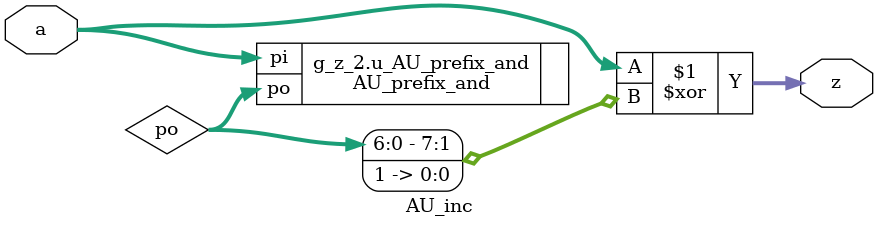
<source format=v>


module AU_inc #(
    parameter integer WIDTH = 8,  // word length of input (>= 1)
    parameter integer ARCH  = 0   // architecture (0 to 2)
) (
    // Data interface
    input  [WIDTH-1:0] a,  // input data
    output [WIDTH-1:0] z   // increment
);


    // Structural model
    generate
        wire [WIDTH-1:0] po;

        if (WIDTH == 1) begin : g_z_1
            // Calculate result bit
            assign z = ~a;
        end else begin : g_z_2
            // Calculate prefix output propagate signal
            AU_prefix_and #(
                .WIDTH(WIDTH),
                .ARCH (ARCH)
            ) u_AU_prefix_and (
                .pi(a),
                .po(po)
            );

            // Calculate result bits
            assign z = a ^ {po[WIDTH - 2 : 0], 1'b1};
        end
    endgenerate


endmodule

</source>
